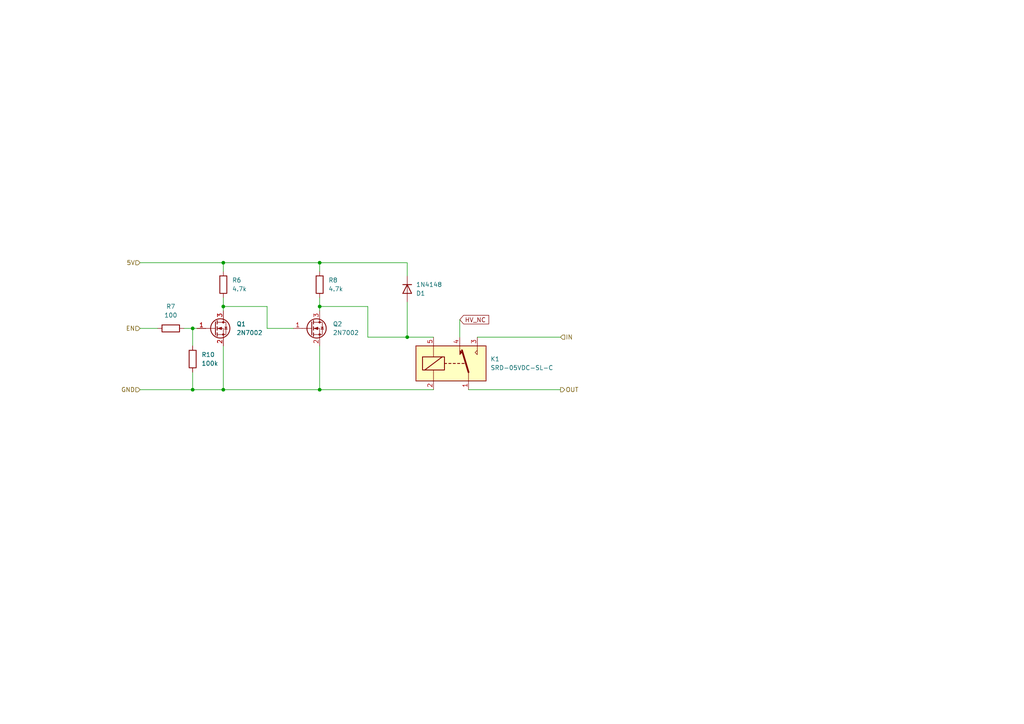
<source format=kicad_sch>
(kicad_sch (version 20250114) (generator "eeschema") (generator_version "9.0")
  (paper "A4")
  (lib_symbols
    (symbol "Device:R" (pin_numbers (hide yes)) (pin_names (offset 0))
      (property "Reference" "R" (at 2.032 0 90))
      (property "Value" "R" (at 0 0 90))
      (symbol "R_0_1"
        (rectangle (start -1.016 -2.54) (end 1.016 2.54) (stroke (width 0.254)))
      )
      (symbol "R_1_1"
        (pin passive line (at 0 3.81 270) (length 1.27) (name "~") (number "1"))
        (pin passive line (at 0 -3.81 90) (length 1.27) (name "~") (number "2"))
      )
    )
    (symbol "Diode:1N4148" (pin_numbers (hide yes)) (pin_names (hide yes))
      (property "Reference" "D" (at 0 2.54 0))
      (property "Value" "1N4148" (at 0 -2.54 0))
      (symbol "1N4148_0_1"
        (polyline (pts (xy -1.27 1.27) (xy -1.27 -1.27)) (stroke (width 0.254)))
        (polyline (pts (xy 1.27 1.27) (xy 1.27 -1.27) (xy -1.27 0) (xy 1.27 1.27)) (stroke (width 0.254)))
        (polyline (pts (xy 1.27 0) (xy -1.27 0)))
      )
      (symbol "1N4148_1_1"
        (pin passive line (at -3.81 0 0) (length 2.54) (name "K") (number "1"))
        (pin passive line (at 3.81 0 180) (length 2.54) (name "A") (number "2"))
      )
    )
    (symbol "Relay:SANYOU_SRD_Form_C"
      (property "Reference" "K" (at 11.43 3.81 0))
      (property "Value" "SANYOU_SRD_Form_C" (at 11.43 1.27 0))
      (symbol "SANYOU_SRD_Form_C_0_0"
        (polyline (pts (xy 7.62 5.08) (xy 7.62 2.54) (xy 6.985 3.175) (xy 7.62 3.81)))
      )
      (symbol "SANYOU_SRD_Form_C_0_1"
        (rectangle (start -10.16 5.08) (end 10.16 -5.08) (stroke (width 0.254)) (fill (type background)))
        (rectangle (start -8.255 1.905) (end -1.905 -1.905) (stroke (width 0.254)))
        (polyline (pts (xy -7.62 -1.905) (xy -2.54 1.905)) (stroke (width 0.254)))
        (polyline (pts (xy -5.08 5.08) (xy -5.08 1.905)))
        (polyline (pts (xy -5.08 -5.08) (xy -5.08 -1.905)))
        (polyline (pts (xy -1.905 0) (xy -1.27 0)) (stroke (width 0.254)))
        (polyline (pts (xy -0.635 0) (xy 0 0)) (stroke (width 0.254)))
        (polyline (pts (xy 0.635 0) (xy 1.27 0)) (stroke (width 0.254)))
        (polyline (pts (xy 1.905 0) (xy 2.54 0)) (stroke (width 0.254)))
        (polyline (pts (xy 3.175 0) (xy 3.81 0)) (stroke (width 0.254)))
        (polyline (pts (xy 5.08 -2.54) (xy 3.175 3.81)) (stroke (width 0.508)))
        (polyline (pts (xy 5.08 -2.54) (xy 5.08 -5.08)))
      )
      (symbol "SANYOU_SRD_Form_C_1_1"
        (polyline (pts (xy 2.54 3.81) (xy 3.175 3.175) (xy 2.54 2.54) (xy 2.54 5.08)) (fill (type outline)))
        (pin passive line (at -5.08 7.62 270) (length 2.54) (name "~") (number "5"))
        (pin passive line (at -5.08 -7.62 90) (length 2.54) (name "~") (number "2"))
        (pin passive line (at 2.54 7.62 270) (length 2.54) (name "~") (number "4"))
        (pin passive line (at 5.08 -7.62 90) (length 2.54) (name "~") (number "1"))
        (pin passive line (at 7.62 7.62 270) (length 2.54) (name "~") (number "3"))
      )
    )
    (symbol "Transistor_FET:2N7002" (pin_names (offset 0) (hide yes))
      (property "Reference" "Q" (at 5.08 1.905 0))
      (property "Value" "2N7002" (at 5.08 0 0))
      (symbol "2N7002_0_1"
        (polyline (pts (xy 0.254 1.905) (xy 0.254 -1.905)) (stroke (width 0.254)))
        (polyline (pts (xy 0.254 0) (xy -2.54 0)))
        (polyline (pts (xy 0.762 2.286) (xy 0.762 1.27)) (stroke (width 0.254)))
        (polyline (pts (xy 0.762 0.508) (xy 0.762 -0.508)) (stroke (width 0.254)))
        (polyline (pts (xy 0.762 -1.27) (xy 0.762 -2.286)) (stroke (width 0.254)))
        (polyline (pts (xy 0.762 -1.778) (xy 3.302 -1.778) (xy 3.302 1.778) (xy 0.762 1.778)))
        (polyline (pts (xy 1.016 0) (xy 2.032 0.381) (xy 2.032 -0.381) (xy 1.016 0)) (fill (type outline)))
        (circle (center 1.651 0) (radius 2.794) (stroke (width 0.254)))
        (polyline (pts (xy 2.54 2.54) (xy 2.54 1.778)))
        (circle (center 2.54 1.778) (radius 0.254) (fill (type outline)))
        (circle (center 2.54 -1.778) (radius 0.254) (fill (type outline)))
        (polyline (pts (xy 2.54 -2.54) (xy 2.54 0) (xy 0.762 0)))
        (polyline (pts (xy 2.921 0.381) (xy 3.683 0.381)))
        (polyline (pts (xy 3.302 0.381) (xy 2.921 -0.254) (xy 3.683 -0.254) (xy 3.302 0.381)))
      )
      (symbol "2N7002_1_1"
        (pin input line (at -5.08 0 0) (length 2.54) (name "G") (number "1"))
        (pin passive line (at 2.54 5.08 270) (length 2.54) (name "D") (number "3"))
        (pin passive line (at 2.54 -5.08 90) (length 2.54) (name "S") (number "2"))
      )
    )
  )
  (junction (at 92.71 76.2))
  (junction (at 64.77 76.2))
  (junction (at 92.71 88.9))
  (junction (at 55.88 95.25))
  (junction (at 64.77 88.9))
  (junction (at 64.77 113.03))
  (junction (at 92.71 113.03))
  (junction (at 55.88 113.03))
  (junction (at 118.11 97.79))
  (wire (pts (xy 92.71 76.2) (xy 118.11 76.2)))
  (wire (pts (xy 92.71 76.2) (xy 92.71 78.74)))
  (wire (pts (xy 64.77 100.33) (xy 64.77 113.03)))
  (wire (pts (xy 55.88 95.25) (xy 57.15 95.25)))
  (wire (pts (xy 138.43 97.79) (xy 162.56 97.79)))
  (wire (pts (xy 133.35 92.71) (xy 133.35 97.79)))
  (wire (pts (xy 40.64 76.2) (xy 64.77 76.2)))
  (wire (pts (xy 53.34 95.25) (xy 55.88 95.25)))
  (wire (pts (xy 64.77 88.9) (xy 77.47 88.9)))
  (wire (pts (xy 92.71 88.9) (xy 92.71 90.17)))
  (wire (pts (xy 55.88 113.03) (xy 64.77 113.03)))
  (wire (pts (xy 55.88 107.95) (xy 55.88 113.03)))
  (wire (pts (xy 92.71 113.03) (xy 125.73 113.03)))
  (wire (pts (xy 92.71 88.9) (xy 106.68 88.9)))
  (wire (pts (xy 118.11 76.2) (xy 118.11 80.01)))
  (wire (pts (xy 40.64 95.25) (xy 45.72 95.25)))
  (wire (pts (xy 64.77 113.03) (xy 92.71 113.03)))
  (wire (pts (xy 118.11 87.63) (xy 118.11 97.79)))
  (wire (pts (xy 64.77 86.36) (xy 64.77 88.9)))
  (wire (pts (xy 64.77 88.9) (xy 64.77 90.17)))
  (wire (pts (xy 92.71 86.36) (xy 92.71 88.9)))
  (wire (pts (xy 64.77 76.2) (xy 64.77 78.74)))
  (wire (pts (xy 106.68 88.9) (xy 106.68 97.79)))
  (wire (pts (xy 106.68 97.79) (xy 118.11 97.79)))
  (wire (pts (xy 118.11 97.79) (xy 125.73 97.79)))
  (wire (pts (xy 55.88 95.25) (xy 55.88 100.33)))
  (wire (pts (xy 40.64 113.03) (xy 55.88 113.03)))
  (wire (pts (xy 135.89 113.03) (xy 162.56 113.03)))
  (wire (pts (xy 64.77 76.2) (xy 92.71 76.2)))
  (wire (pts (xy 92.71 100.33) (xy 92.71 113.03)))
  (wire (pts (xy 77.47 88.9) (xy 77.47 95.25)))
  (wire (pts (xy 77.47 95.25) (xy 85.09 95.25)))
  (global_label "HV_NC" (shape input) (at 133.35 92.71 0) (property "Intersheetrefs" "${INTERSHEET_REFS}" (effects (hide yes))))
  (hierarchical_label "5V" (shape input) (at 40.64 76.2 180))
  (hierarchical_label "GND" (shape input) (at 40.64 113.03 180))
  (hierarchical_label "EN" (shape input) (at 40.64 95.25 180))
  (hierarchical_label "IN" (shape input) (at 162.56 97.79 0))
  (hierarchical_label "OUT" (shape output) (at 162.56 113.03 0))
  (symbol (lib_id "Transistor_FET:2N7002") (at 62.23 95.25 0) (unit 1)
    (property "Reference" "Q1" (at 68.58 93.9799 0) (effects (justify left)))
    (property "Value" "2N7002" (at 68.58 96.5199 0) (effects (justify left)))
    (property "Footprint" "Package_TO_SOT_SMD:SOT-23" (effects (hide yes)))
    (property "Datasheet" "https://www.onsemi.com/pub/Collateral/NDS7002A-D.PDF" (effects (hide yes)))
    (property "Description" "0.115A Id, 60V Vds, N-Channel MOSFET, SOT-23" (effects (hide yes)))
    (instances (project "" (path "" (reference "Q1") (unit 1)) (path "" (reference "Q3") (unit 1))))
  )
  (symbol (lib_id "Diode:1N4148") (at 118.11 83.82 90) (mirror x) (unit 1)
    (property "Reference" "D1" (at 120.65 85.0901 90) (effects (justify right)))
    (property "Value" "1N4148" (at 120.65 82.5501 90) (effects (justify right)))
    (property "Footprint" "Diode_THT:D_DO-35_SOD27_P7.62mm_Horizontal" (effects (hide yes)))
    (property "Datasheet" "https://assets.nexperia.com/documents/data-sheet/1N4148_1N4448.pdf" (effects (hide yes)))
    (property "Description" "100V 0.15A standard switching diode, DO-35" (effects (hide yes)))
    (property "Sim.Device" "D" (effects (hide yes)))
    (property "Sim.Pins" "1=K 2=A" (effects (hide yes)))
    (instances (project "GaggiMate" (path "" (reference "D1") (unit 1)) (path "" (reference "D2") (unit 1))))
  )
  (symbol (lib_id "Device:R") (at 55.88 104.14 180) (unit 1)
    (property "Reference" "R10" (at 58.42 102.8699 0) (effects (justify right)))
    (property "Value" "100k" (at 58.42 105.4099 0) (effects (justify right)))
    (property "Footprint" "Resistor_SMD:R_0201_0603Metric" (effects (hide yes)))
    (property "Description" "Resistor" (effects (hide yes)))
    (instances (project "GaggiMate" (path "" (reference "R10") (unit 1)) (path "" (reference "R11") (unit 1))))
  )
  (symbol (lib_id "Relay:SANYOU_SRD_Form_C") (at 130.81 105.41 0) (unit 1)
    (property "Reference" "K1" (at 142.24 104.1399 0) (effects (justify left)))
    (property "Value" "SRD-05VDC-SL-C" (at 142.24 106.6799 0) (effects (justify left)))
    (property "Footprint" "Relay_THT:Relay_SPDT_SANYOU_SRD_Series_Form_C" (effects (hide yes)))
    (property "Datasheet" "http://www.sanyourelay.ca/public/products/pdf/SRD.pdf" (effects (hide yes)))
    (property "Description" "Sanyo SRD relay, Single Pole Miniature Power Relay," (effects (hide yes)))
    (instances (project "" (path "" (reference "K1") (unit 1)) (path "" (reference "K2") (unit 1))))
  )
  (symbol (lib_id "Device:R") (at 92.71 82.55 0) (unit 1)
    (property "Reference" "R8" (at 95.25 81.2799 0) (effects (justify left)))
    (property "Value" "4.7k" (at 95.25 83.8199 0) (effects (justify left)))
    (property "Footprint" "Resistor_SMD:R_0201_0603Metric" (effects (hide yes)))
    (property "Description" "Resistor" (effects (hide yes)))
    (instances (project "GaggiMate" (path "" (reference "R8") (unit 1)) (path "" (reference "R13") (unit 1))))
  )
  (symbol (lib_id "Device:R") (at 49.53 95.25 90) (unit 1)
    (property "Reference" "R7" (at 49.53 88.9 90))
    (property "Value" "100" (at 49.53 91.44 90))
    (property "Footprint" "Resistor_SMD:R_0201_0603Metric" (effects (hide yes)))
    (property "Description" "Resistor" (effects (hide yes)))
    (instances (project "GaggiMate" (path "" (reference "R7") (unit 1)) (path "" (reference "R9") (unit 1))))
  )
  (symbol (lib_id "Transistor_FET:2N7002") (at 90.17 95.25 0) (unit 1)
    (property "Reference" "Q2" (at 96.52 93.9799 0) (effects (justify left)))
    (property "Value" "2N7002" (at 96.52 96.5199 0) (effects (justify left)))
    (property "Footprint" "Package_TO_SOT_SMD:SOT-23" (effects (hide yes)))
    (property "Datasheet" "https://www.onsemi.com/pub/Collateral/NDS7002A-D.PDF" (effects (hide yes)))
    (property "Description" "0.115A Id, 60V Vds, N-Channel MOSFET, SOT-23" (effects (hide yes)))
    (instances (project "GaggiMate" (path "" (reference "Q2") (unit 1)) (path "" (reference "Q4") (unit 1))))
  )
  (symbol (lib_id "Device:R") (at 64.77 82.55 0) (unit 1)
    (property "Reference" "R6" (at 67.31 81.2799 0) (effects (justify left)))
    (property "Value" "4.7k" (at 67.31 83.8199 0) (effects (justify left)))
    (property "Footprint" "Resistor_SMD:R_0201_0603Metric" (effects (hide yes)))
    (property "Description" "Resistor" (effects (hide yes)))
    (instances (project "GaggiMate" (path "" (reference "R6") (unit 1)) (path "" (reference "R12") (unit 1))))
  )
)
</source>
